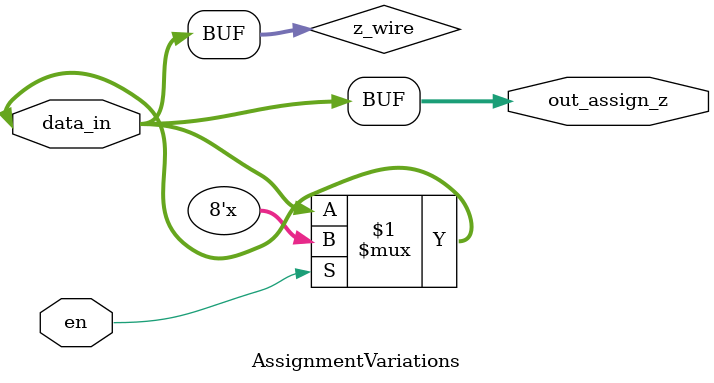
<source format=sv>
module AssignmentVariations (
    input wire [7:0] data_in,
    input wire en,
    output wire [7:0] out_assign_z
);
    wire [7:0] z_wire;
    assign z_wire = data_in;
    assign z_wire = en ? 8'bz : data_in;
    assign out_assign_z = z_wire;
endmodule


</source>
